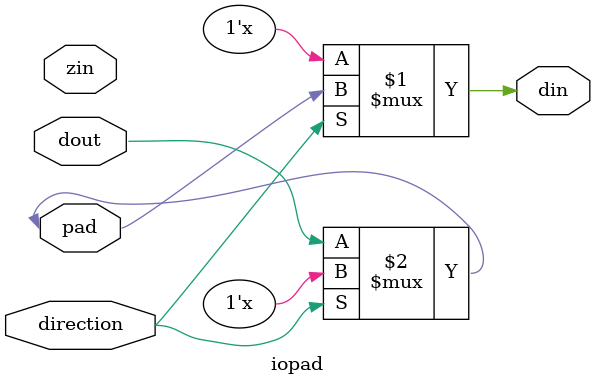
<source format=v>
module iopad(
input zin, // Set output to be Z
input dout, // Data output
output din, // Data input
inout pad, // bi-directional pad
input direction // enable signal to control direction of iopad
//input direction_inv // enable signal to control direction of iopad
);
  //----- when direction enabled, the signal is propagated from pad to din
  assign din = direction ? pad : 1'bz;
  //----- when direction is disabled, the signal is propagated from dout to pad
  assign pad = direction ? 1'bz : dout;
endmodule

</source>
